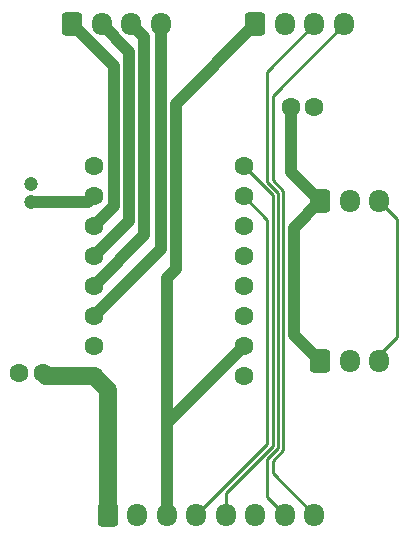
<source format=gbr>
G04 #@! TF.GenerationSoftware,KiCad,Pcbnew,8.0.0*
G04 #@! TF.CreationDate,2025-07-08T12:56:53-06:00*
G04 #@! TF.ProjectId,Motor Breakout,4d6f746f-7220-4427-9265-616b6f75742e,A*
G04 #@! TF.SameCoordinates,Original*
G04 #@! TF.FileFunction,Copper,L1,Top*
G04 #@! TF.FilePolarity,Positive*
%FSLAX46Y46*%
G04 Gerber Fmt 4.6, Leading zero omitted, Abs format (unit mm)*
G04 Created by KiCad (PCBNEW 8.0.0) date 2025-07-08 12:56:53*
%MOMM*%
%LPD*%
G01*
G04 APERTURE LIST*
G04 Aperture macros list*
%AMRoundRect*
0 Rectangle with rounded corners*
0 $1 Rounding radius*
0 $2 $3 $4 $5 $6 $7 $8 $9 X,Y pos of 4 corners*
0 Add a 4 corners polygon primitive as box body*
4,1,4,$2,$3,$4,$5,$6,$7,$8,$9,$2,$3,0*
0 Add four circle primitives for the rounded corners*
1,1,$1+$1,$2,$3*
1,1,$1+$1,$4,$5*
1,1,$1+$1,$6,$7*
1,1,$1+$1,$8,$9*
0 Add four rect primitives between the rounded corners*
20,1,$1+$1,$2,$3,$4,$5,0*
20,1,$1+$1,$4,$5,$6,$7,0*
20,1,$1+$1,$6,$7,$8,$9,0*
20,1,$1+$1,$8,$9,$2,$3,0*%
G04 Aperture macros list end*
G04 #@! TA.AperFunction,ComponentPad*
%ADD10C,1.600000*%
G04 #@! TD*
G04 #@! TA.AperFunction,ComponentPad*
%ADD11RoundRect,0.250000X-0.600000X-0.725000X0.600000X-0.725000X0.600000X0.725000X-0.600000X0.725000X0*%
G04 #@! TD*
G04 #@! TA.AperFunction,ComponentPad*
%ADD12O,1.700000X1.950000*%
G04 #@! TD*
G04 #@! TA.AperFunction,ComponentPad*
%ADD13C,1.200000*%
G04 #@! TD*
G04 #@! TA.AperFunction,Conductor*
%ADD14C,1.000000*%
G04 #@! TD*
G04 #@! TA.AperFunction,Conductor*
%ADD15C,0.250000*%
G04 #@! TD*
G04 #@! TA.AperFunction,Conductor*
%ADD16C,1.500000*%
G04 #@! TD*
G04 APERTURE END LIST*
D10*
X145000000Y-61500000D03*
X147000000Y-61500000D03*
D11*
X126500000Y-54500000D03*
D12*
X129000000Y-54500000D03*
X131500000Y-54500000D03*
X134000000Y-54500000D03*
D10*
X124000000Y-84000000D03*
X122000000Y-84000000D03*
D11*
X147500000Y-69475000D03*
D12*
X150000000Y-69475000D03*
X152500000Y-69475000D03*
D13*
X123000000Y-68000000D03*
X123000000Y-69500000D03*
D11*
X142000000Y-54500000D03*
D12*
X144500000Y-54500000D03*
X147000000Y-54500000D03*
X149500000Y-54500000D03*
D11*
X129500000Y-96000000D03*
D12*
X132000000Y-96000000D03*
X134500000Y-96000000D03*
X137000000Y-96000000D03*
X139500000Y-96000000D03*
X142000000Y-96000000D03*
X144500000Y-96000000D03*
X147000000Y-96000000D03*
D10*
X128300000Y-66500000D03*
X128300000Y-69040000D03*
X128300000Y-71580000D03*
X128300000Y-74120000D03*
X128300000Y-76660000D03*
X128300000Y-79200000D03*
X128300000Y-81740000D03*
X128300000Y-84280000D03*
X141000000Y-66500000D03*
X141000000Y-69040000D03*
X141000000Y-71580000D03*
X141000000Y-74120000D03*
X141000000Y-76660000D03*
X141000000Y-79200000D03*
X141000000Y-81740000D03*
X141000000Y-84280000D03*
D11*
X147500000Y-83000000D03*
D12*
X150000000Y-83000000D03*
X152500000Y-83000000D03*
D14*
X145275000Y-80775000D02*
X147500000Y-83000000D01*
X147500000Y-69475000D02*
X145275000Y-71700000D01*
X145275000Y-71700000D02*
X145275000Y-80775000D01*
X145000000Y-61500000D02*
X145000000Y-66975000D01*
X145000000Y-66975000D02*
X147500000Y-69475000D01*
D15*
X143000000Y-58500000D02*
X147000000Y-54500000D01*
X143000000Y-67863604D02*
X143000000Y-58500000D01*
X143900000Y-68763604D02*
X143000000Y-67863604D01*
X143900000Y-90372792D02*
X143900000Y-68763604D01*
X143000000Y-94500000D02*
X143000000Y-91272792D01*
X143000000Y-91272792D02*
X143900000Y-90372792D01*
X144500000Y-96000000D02*
X143000000Y-94500000D01*
X143450000Y-67677208D02*
X143450000Y-60550000D01*
X143450000Y-60550000D02*
X149500000Y-54500000D01*
X144350000Y-68577208D02*
X143450000Y-67677208D01*
X144350000Y-90559188D02*
X144350000Y-68577208D01*
X143450000Y-91459188D02*
X144350000Y-90559188D01*
X143450000Y-92450000D02*
X143450000Y-91459188D01*
X147000000Y-96000000D02*
X143450000Y-92450000D01*
X154000000Y-70975000D02*
X154000000Y-81000000D01*
X152500000Y-69475000D02*
X154000000Y-70975000D01*
X154000000Y-81000000D02*
X152500000Y-82500000D01*
D14*
X130000000Y-69880000D02*
X128300000Y-71580000D01*
X126500000Y-54500000D02*
X130000000Y-58000000D01*
X130000000Y-58000000D02*
X130000000Y-69880000D01*
X132600000Y-55600000D02*
X132600000Y-72360000D01*
X131500000Y-54500000D02*
X132600000Y-55600000D01*
X132600000Y-72360000D02*
X128300000Y-76660000D01*
X129000000Y-54500000D02*
X131300000Y-56800000D01*
X131300000Y-71120000D02*
X128300000Y-74120000D01*
X131300000Y-56800000D02*
X131300000Y-71120000D01*
X134000000Y-54500000D02*
X134000000Y-73500000D01*
X134000000Y-73500000D02*
X128300000Y-79200000D01*
X134500000Y-96000000D02*
X134500000Y-76000000D01*
X128300000Y-69040000D02*
X127840000Y-69500000D01*
X127840000Y-69500000D02*
X123000000Y-69500000D01*
X135300000Y-75200000D02*
X135300000Y-61200000D01*
X134500000Y-76000000D02*
X135300000Y-75200000D01*
X134500000Y-88240000D02*
X141000000Y-81740000D01*
X134500000Y-96000000D02*
X134500000Y-88240000D01*
X135300000Y-61200000D02*
X142000000Y-54500000D01*
D15*
X139500000Y-94136396D02*
X143450000Y-90186396D01*
X143450000Y-90186396D02*
X143450000Y-68950000D01*
X139500000Y-96000000D02*
X139500000Y-94136396D01*
X143450000Y-68950000D02*
X141000000Y-66500000D01*
X143000000Y-90000000D02*
X143000000Y-71040000D01*
X143000000Y-71040000D02*
X141000000Y-69040000D01*
X137000000Y-96000000D02*
X143000000Y-90000000D01*
D16*
X129500000Y-85480000D02*
X128300000Y-84280000D01*
X128300000Y-84280000D02*
X124280000Y-84280000D01*
X129500000Y-96000000D02*
X129500000Y-85480000D01*
X128300000Y-84280000D02*
X127168630Y-84280000D01*
X124280000Y-84280000D02*
X124000000Y-84000000D01*
M02*

</source>
